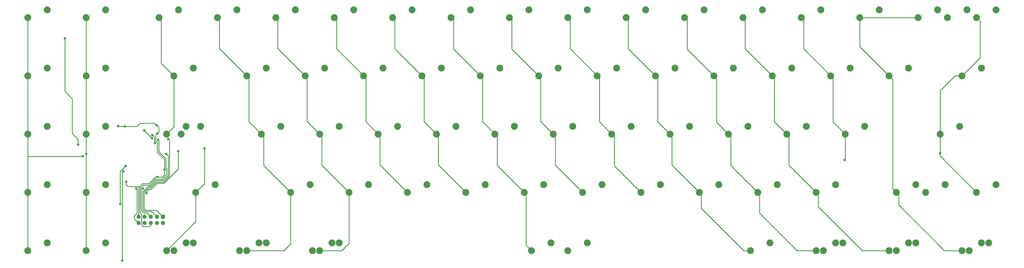
<source format=gbr>
%TF.GenerationSoftware,KiCad,Pcbnew,(6.0.7)*%
%TF.CreationDate,2022-08-26T15:14:46-04:00*%
%TF.ProjectId,thocc-master,74686f63-632d-46d6-9173-7465722e6b69,rev?*%
%TF.SameCoordinates,Original*%
%TF.FileFunction,Copper,L1,Top*%
%TF.FilePolarity,Positive*%
%FSLAX46Y46*%
G04 Gerber Fmt 4.6, Leading zero omitted, Abs format (unit mm)*
G04 Created by KiCad (PCBNEW (6.0.7)) date 2022-08-26 15:14:46*
%MOMM*%
%LPD*%
G01*
G04 APERTURE LIST*
%TA.AperFunction,ComponentPad*%
%ADD10O,1.350000X1.350000*%
%TD*%
%TA.AperFunction,ComponentPad*%
%ADD11R,1.350000X1.350000*%
%TD*%
%TA.AperFunction,ComponentPad*%
%ADD12C,2.250000*%
%TD*%
%TA.AperFunction,ViaPad*%
%ADD13C,0.800000*%
%TD*%
%TA.AperFunction,Conductor*%
%ADD14C,0.250000*%
%TD*%
G04 APERTURE END LIST*
D10*
%TO.P,J2,10,Pin_10*%
%TO.N,GND*%
X225600000Y-146800000D03*
%TO.P,J2,9,Pin_9*%
%TO.N,+3.3V*%
X225600000Y-144800000D03*
%TO.P,J2,8,Pin_8*%
%TO.N,unconnected-(J2-Pad8)*%
X227600000Y-146800000D03*
%TO.P,J2,7,Pin_7*%
%TO.N,GND*%
X227600000Y-144800000D03*
%TO.P,J2,6,Pin_6*%
%TO.N,Net-(J2-Pad6)*%
X229600000Y-146800000D03*
%TO.P,J2,5,Pin_5*%
%TO.N,Net-(J2-Pad5)*%
X229600000Y-144800000D03*
%TO.P,J2,4,Pin_4*%
%TO.N,+3.3V*%
X231600000Y-146800000D03*
%TO.P,J2,3,Pin_3*%
%TO.N,Net-(J2-Pad3)*%
X231600000Y-144800000D03*
%TO.P,J2,2,Pin_2*%
%TO.N,GND*%
X233600000Y-146800000D03*
D11*
%TO.P,J2,1,Pin_1*%
%TO.N,Net-(J2-Pad1)*%
X233600000Y-144800000D03*
%TD*%
D12*
%TO.P,MX20,1,COL*%
%TO.N,Col1*%
X208545750Y-98687000D03*
%TO.P,MX20,2,ROW*%
%TO.N,Net-(D20-Pad2)*%
X214895750Y-96147000D03*
%TD*%
%TO.P,MX19,1,COL*%
%TO.N,Col0*%
X189495750Y-98687000D03*
%TO.P,MX19,2,ROW*%
%TO.N,Net-(D19-Pad2)*%
X195845750Y-96147000D03*
%TD*%
%TO.P,MX30,1,COL*%
%TO.N,Col11*%
X413333250Y-98687000D03*
%TO.P,MX30,2,ROW*%
%TO.N,Net-(D30-Pad2)*%
X419683250Y-96147000D03*
%TD*%
%TO.P,MX42,1,COL*%
%TO.N,Col6*%
X322845750Y-117737000D03*
%TO.P,MX42,2,ROW*%
%TO.N,Net-(D42-Pad2)*%
X329195750Y-115197000D03*
%TD*%
%TO.P,MX76,1,COL*%
%TO.N,Col7*%
X365708250Y-155837000D03*
%TO.P,MX76,2,ROW*%
%TO.N,Net-(D75-Pad2)*%
X372058250Y-153297000D03*
%TD*%
%TO.P,MX44,1,COL*%
%TO.N,Col8*%
X360945750Y-117737000D03*
%TO.P,MX44,2,ROW*%
%TO.N,Net-(D44-Pad2)*%
X367295750Y-115197000D03*
%TD*%
%TO.P,MX78,1,COL*%
%TO.N,Col11*%
X446670750Y-155837000D03*
%TO.P,MX78,2,ROW*%
%TO.N,Net-(D78-Pad2)*%
X453020750Y-153297000D03*
%TD*%
%TO.P,MX70,1,COL*%
%TO.N,Col2*%
X237120750Y-155837000D03*
%TO.P,MX70,2,ROW*%
%TO.N,Net-(D69-Pad2)*%
X243470750Y-153297000D03*
%TD*%
%TO.P,MX41,1,COL*%
%TO.N,Col5*%
X303795750Y-117737000D03*
%TO.P,MX41,2,ROW*%
%TO.N,Net-(D41-Pad2)*%
X310145750Y-115197000D03*
%TD*%
%TO.P,MX34,1,COL*%
%TO.N,Col15*%
X494295750Y-98687000D03*
%TO.P,MX34,2,ROW*%
%TO.N,Net-(D34-Pad2)*%
X500645750Y-96147000D03*
%TD*%
%TO.P,MX11,1,COL*%
%TO.N,Col10*%
X384758250Y-79637000D03*
%TO.P,MX11,2,ROW*%
%TO.N,Net-(D11-Pad2)*%
X391108250Y-77097000D03*
%TD*%
%TO.P,MX72,1,COL*%
%TO.N,Col3*%
X260933250Y-155837000D03*
%TO.P,MX72,2,ROW*%
%TO.N,Net-(D71-Pad2)*%
X267283250Y-153297000D03*
%TD*%
%TO.P,MX43,1,COL*%
%TO.N,Col7*%
X341895750Y-117737000D03*
%TO.P,MX43,2,ROW*%
%TO.N,Net-(D43-Pad2)*%
X348245750Y-115197000D03*
%TD*%
%TO.P,MX71,1,COL*%
%TO.N,Col3*%
X258552000Y-155837000D03*
%TO.P,MX71,2,ROW*%
%TO.N,Net-(D71-Pad2)*%
X264902000Y-153297000D03*
%TD*%
%TO.P,MX52,1,COL*%
%TO.N,Col1*%
X208545750Y-136787000D03*
%TO.P,MX52,2,ROW*%
%TO.N,Net-(D52-Pad2)*%
X214895750Y-134247000D03*
%TD*%
%TO.P,MX57,1,COL*%
%TO.N,Col6*%
X332370750Y-136787000D03*
%TO.P,MX57,2,ROW*%
%TO.N,Net-(D57-Pad2)*%
X338720750Y-134247000D03*
%TD*%
%TO.P,MX18,1,COL*%
%TO.N,Col15*%
X499058250Y-79637000D03*
%TO.P,MX18,2,ROW*%
%TO.N,Net-(D17-Pad2)*%
X505408250Y-77097000D03*
%TD*%
%TO.P,MX40,1,COL*%
%TO.N,Col4*%
X284745750Y-117737000D03*
%TO.P,MX40,2,ROW*%
%TO.N,Net-(D40-Pad2)*%
X291095750Y-115197000D03*
%TD*%
%TO.P,MX15,1,COL*%
%TO.N,Col14*%
X460958250Y-79637000D03*
%TO.P,MX15,2,ROW*%
%TO.N,Net-(D15-Pad2)*%
X467308250Y-77097000D03*
%TD*%
%TO.P,MX26,1,COL*%
%TO.N,Col7*%
X337133250Y-98687000D03*
%TO.P,MX26,2,ROW*%
%TO.N,Net-(D26-Pad2)*%
X343483250Y-96147000D03*
%TD*%
%TO.P,MX39,1,COL*%
%TO.N,Col3*%
X265695750Y-117737000D03*
%TO.P,MX39,2,ROW*%
%TO.N,Net-(D39-Pad2)*%
X272045750Y-115197000D03*
%TD*%
%TO.P,MX7,1,COL*%
%TO.N,Col6*%
X308558250Y-79637000D03*
%TO.P,MX7,2,ROW*%
%TO.N,Net-(D7-Pad2)*%
X314908250Y-77097000D03*
%TD*%
%TO.P,MX54,1,COL*%
%TO.N,Col3*%
X275220750Y-136787000D03*
%TO.P,MX54,2,ROW*%
%TO.N,Net-(D54-Pad2)*%
X281570750Y-134247000D03*
%TD*%
%TO.P,MX3,1,COL*%
%TO.N,Col2*%
X232358250Y-79637000D03*
%TO.P,MX3,2,ROW*%
%TO.N,Net-(D3-Pad2)*%
X238708250Y-77097000D03*
%TD*%
%TO.P,MX51,1,COL*%
%TO.N,Col0*%
X189495750Y-136787000D03*
%TO.P,MX51,2,ROW*%
%TO.N,Net-(D51-Pad2)*%
X195845750Y-134247000D03*
%TD*%
%TO.P,MX63,1,COL*%
%TO.N,Col12*%
X446670750Y-136787000D03*
%TO.P,MX63,2,ROW*%
%TO.N,Net-(D63-Pad2)*%
X453020750Y-134247000D03*
%TD*%
%TO.P,MX61,1,COL*%
%TO.N,Col10*%
X408570750Y-136787000D03*
%TO.P,MX61,2,ROW*%
%TO.N,Net-(D61-Pad2)*%
X414920750Y-134247000D03*
%TD*%
%TO.P,MX82,1,COL*%
%TO.N,Col14*%
X494295750Y-155837000D03*
%TO.P,MX82,2,ROW*%
%TO.N,Net-(D82-Pad2)*%
X500645750Y-153297000D03*
%TD*%
%TO.P,MX14,1,COL*%
%TO.N,Col13*%
X441908250Y-79637000D03*
%TO.P,MX14,2,ROW*%
%TO.N,Net-(D14-Pad2)*%
X448258250Y-77097000D03*
%TD*%
%TO.P,MX49,1,COL*%
%TO.N,Col13*%
X456195750Y-117737000D03*
%TO.P,MX49,2,ROW*%
%TO.N,Net-(D49-Pad2)*%
X462545750Y-115197000D03*
%TD*%
%TO.P,MX2,1,COL*%
%TO.N,Col1*%
X208545750Y-79637000D03*
%TO.P,MX2,2,ROW*%
%TO.N,Net-(D2-Pad2)*%
X214895750Y-77097000D03*
%TD*%
%TO.P,MX36,1,COL*%
%TO.N,Col1*%
X208545750Y-117737000D03*
%TO.P,MX36,2,ROW*%
%TO.N,Net-(D36-Pad2)*%
X214895750Y-115197000D03*
%TD*%
%TO.P,MX75,1,COL*%
%TO.N,Col7*%
X353802000Y-155837000D03*
%TO.P,MX75,2,ROW*%
%TO.N,Net-(D75-Pad2)*%
X360152000Y-153297000D03*
%TD*%
%TO.P,MX64,1,COL*%
%TO.N,Col14*%
X472864500Y-136787000D03*
%TO.P,MX64,2,ROW*%
%TO.N,Net-(D64-Pad2)*%
X479214500Y-134247000D03*
%TD*%
%TO.P,MX47,1,COL*%
%TO.N,Col11*%
X418095750Y-117737000D03*
%TO.P,MX47,2,ROW*%
%TO.N,Net-(D47-Pad2)*%
X424445750Y-115197000D03*
%TD*%
%TO.P,MX56,1,COL*%
%TO.N,Col5*%
X313320750Y-136787000D03*
%TO.P,MX56,2,ROW*%
%TO.N,Net-(D56-Pad2)*%
X319670750Y-134247000D03*
%TD*%
%TO.P,MX83,1,COL*%
%TO.N,Col14*%
X496677000Y-155837000D03*
%TO.P,MX83,2,ROW*%
%TO.N,Net-(D82-Pad2)*%
X503027000Y-153297000D03*
%TD*%
%TO.P,MX8,1,COL*%
%TO.N,Col7*%
X327608250Y-79637000D03*
%TO.P,MX8,2,ROW*%
%TO.N,Net-(D8-Pad2)*%
X333958250Y-77097000D03*
%TD*%
%TO.P,MX13,1,COL*%
%TO.N,Col12*%
X422858250Y-79637000D03*
%TO.P,MX13,2,ROW*%
%TO.N,Net-(D13-Pad2)*%
X429208250Y-77097000D03*
%TD*%
%TO.P,MX80,1,COL*%
%TO.N,Col12*%
X470483250Y-155837000D03*
%TO.P,MX80,2,ROW*%
%TO.N,Net-(D80-Pad2)*%
X476833250Y-153297000D03*
%TD*%
%TO.P,MX1,1,COL*%
%TO.N,Col0*%
X189495750Y-79637000D03*
%TO.P,MX1,2,ROW*%
%TO.N,Net-(D1-Pad2)*%
X195845750Y-77097000D03*
%TD*%
%TO.P,MX62,1,COL*%
%TO.N,Col11*%
X427620750Y-136787000D03*
%TO.P,MX62,2,ROW*%
%TO.N,Net-(D62-Pad2)*%
X433970750Y-134247000D03*
%TD*%
%TO.P,MX33,1,COL*%
%TO.N,Col14*%
X470483250Y-98687000D03*
%TO.P,MX33,2,ROW*%
%TO.N,Net-(D33-Pad2)*%
X476833250Y-96147000D03*
%TD*%
%TO.P,MX58,1,COL*%
%TO.N,Col7*%
X351420750Y-136787000D03*
%TO.P,MX58,2,ROW*%
%TO.N,Net-(D58-Pad2)*%
X357770750Y-134247000D03*
%TD*%
%TO.P,MX53,1,COL*%
%TO.N,Col2*%
X244264500Y-136787000D03*
%TO.P,MX53,2,ROW*%
%TO.N,Net-(D53-Pad2)*%
X250614500Y-134247000D03*
%TD*%
%TO.P,MX31,1,COL*%
%TO.N,Col12*%
X432383250Y-98687000D03*
%TO.P,MX31,2,ROW*%
%TO.N,Net-(D31-Pad2)*%
X438733250Y-96147000D03*
%TD*%
%TO.P,MX29,1,COL*%
%TO.N,Col10*%
X394283250Y-98687000D03*
%TO.P,MX29,2,ROW*%
%TO.N,Net-(D29-Pad2)*%
X400633250Y-96147000D03*
%TD*%
%TO.P,MX6,1,COL*%
%TO.N,Col5*%
X289508250Y-79637000D03*
%TO.P,MX6,2,ROW*%
%TO.N,Net-(D6-Pad2)*%
X295858250Y-77097000D03*
%TD*%
%TO.P,MX35,1,COL*%
%TO.N,Col0*%
X189495750Y-117737000D03*
%TO.P,MX35,2,ROW*%
%TO.N,Net-(D35-Pad2)*%
X195845750Y-115197000D03*
%TD*%
%TO.P,MX48,1,COL*%
%TO.N,Col12*%
X437145750Y-117737000D03*
%TO.P,MX48,2,ROW*%
%TO.N,Net-(D48-Pad2)*%
X443495750Y-115197000D03*
%TD*%
%TO.P,MX79,1,COL*%
%TO.N,Col11*%
X449052000Y-155837000D03*
%TO.P,MX79,2,ROW*%
%TO.N,Net-(D78-Pad2)*%
X455402000Y-153297000D03*
%TD*%
%TO.P,MX66,1,COL*%
%TO.N,Col15*%
X499058250Y-136787000D03*
%TO.P,MX66,2,ROW*%
%TO.N,Net-(D66-Pad2)*%
X505408250Y-134247000D03*
%TD*%
%TO.P,MX12,1,COL*%
%TO.N,Col11*%
X403808250Y-79637000D03*
%TO.P,MX12,2,ROW*%
%TO.N,Net-(D12-Pad2)*%
X410158250Y-77097000D03*
%TD*%
%TO.P,MX28,1,COL*%
%TO.N,Col9*%
X375233250Y-98687000D03*
%TO.P,MX28,2,ROW*%
%TO.N,Net-(D28-Pad2)*%
X381583250Y-96147000D03*
%TD*%
%TO.P,MX37,1,COL*%
%TO.N,Col2*%
X234739500Y-117737000D03*
%TO.P,MX37,2,ROW*%
%TO.N,Net-(D37-Pad2)*%
X241089500Y-115197000D03*
%TD*%
%TO.P,MX59,1,COL*%
%TO.N,Col8*%
X370470750Y-136787000D03*
%TO.P,MX59,2,ROW*%
%TO.N,Net-(D59-Pad2)*%
X376820750Y-134247000D03*
%TD*%
%TO.P,MX50,1,COL*%
%TO.N,Col15*%
X487152000Y-117737000D03*
%TO.P,MX50,2,ROW*%
%TO.N,Net-(D50-Pad2)*%
X493502000Y-115197000D03*
%TD*%
%TO.P,MX65,1,COL*%
%TO.N,Col14*%
X482389500Y-136787000D03*
%TO.P,MX65,2,ROW*%
%TO.N,Net-(D64-Pad2)*%
X488739500Y-134247000D03*
%TD*%
%TO.P,MX81,1,COL*%
%TO.N,Col12*%
X472864500Y-155837000D03*
%TO.P,MX81,2,ROW*%
%TO.N,Net-(D80-Pad2)*%
X479214500Y-153297000D03*
%TD*%
%TO.P,MX45,1,COL*%
%TO.N,Col9*%
X379995750Y-117737000D03*
%TO.P,MX45,2,ROW*%
%TO.N,Net-(D45-Pad2)*%
X386345750Y-115197000D03*
%TD*%
%TO.P,MX55,1,COL*%
%TO.N,Col4*%
X294270750Y-136787000D03*
%TO.P,MX55,2,ROW*%
%TO.N,Net-(D55-Pad2)*%
X300620750Y-134247000D03*
%TD*%
%TO.P,MX25,1,COL*%
%TO.N,Col6*%
X318083250Y-98687000D03*
%TO.P,MX25,2,ROW*%
%TO.N,Net-(D25-Pad2)*%
X324433250Y-96147000D03*
%TD*%
%TO.P,MX4,1,COL*%
%TO.N,Col3*%
X251408250Y-79637000D03*
%TO.P,MX4,2,ROW*%
%TO.N,Net-(D4-Pad2)*%
X257758250Y-77097000D03*
%TD*%
%TO.P,MX69,1,COL*%
%TO.N,Col2*%
X234739500Y-155837000D03*
%TO.P,MX69,2,ROW*%
%TO.N,Net-(D69-Pad2)*%
X241089500Y-153297000D03*
%TD*%
%TO.P,MX32,1,COL*%
%TO.N,Col13*%
X451433250Y-98687000D03*
%TO.P,MX32,2,ROW*%
%TO.N,Net-(D32-Pad2)*%
X457783250Y-96147000D03*
%TD*%
%TO.P,MX9,1,COL*%
%TO.N,Col8*%
X346658250Y-79637000D03*
%TO.P,MX9,2,ROW*%
%TO.N,Net-(D9-Pad2)*%
X353008250Y-77097000D03*
%TD*%
%TO.P,MX73,1,COL*%
%TO.N,Col4*%
X282364500Y-155837000D03*
%TO.P,MX73,2,ROW*%
%TO.N,Net-(D73-Pad2)*%
X288714500Y-153297000D03*
%TD*%
%TO.P,MX17,1,COL*%
%TO.N,Col15*%
X489533250Y-79637000D03*
%TO.P,MX17,2,ROW*%
%TO.N,Net-(D16-Pad2)*%
X495883250Y-77097000D03*
%TD*%
%TO.P,MX27,1,COL*%
%TO.N,Col8*%
X356183250Y-98687000D03*
%TO.P,MX27,2,ROW*%
%TO.N,Net-(D27-Pad2)*%
X362533250Y-96147000D03*
%TD*%
%TO.P,MX74,1,COL*%
%TO.N,Col4*%
X284745750Y-155837000D03*
%TO.P,MX74,2,ROW*%
%TO.N,Net-(D73-Pad2)*%
X291095750Y-153297000D03*
%TD*%
%TO.P,MX46,1,COL*%
%TO.N,Col10*%
X399045750Y-117737000D03*
%TO.P,MX46,2,ROW*%
%TO.N,Net-(D46-Pad2)*%
X405395750Y-115197000D03*
%TD*%
%TO.P,MX24,1,COL*%
%TO.N,Col5*%
X299033250Y-98687000D03*
%TO.P,MX24,2,ROW*%
%TO.N,Net-(D24-Pad2)*%
X305383250Y-96147000D03*
%TD*%
%TO.P,MX23,1,COL*%
%TO.N,Col4*%
X279983250Y-98687000D03*
%TO.P,MX23,2,ROW*%
%TO.N,Net-(D23-Pad2)*%
X286333250Y-96147000D03*
%TD*%
%TO.P,MX77,1,COL*%
%TO.N,Col10*%
X425239500Y-155837000D03*
%TO.P,MX77,2,ROW*%
%TO.N,Net-(D77-Pad2)*%
X431589500Y-153297000D03*
%TD*%
%TO.P,MX10,1,COL*%
%TO.N,Col9*%
X365708250Y-79637000D03*
%TO.P,MX10,2,ROW*%
%TO.N,Net-(D10-Pad2)*%
X372058250Y-77097000D03*
%TD*%
%TO.P,MX5,1,COL*%
%TO.N,Col4*%
X270458250Y-79637000D03*
%TO.P,MX5,2,ROW*%
%TO.N,Net-(D5-Pad2)*%
X276808250Y-77097000D03*
%TD*%
%TO.P,MX21,1,COL*%
%TO.N,Col2*%
X237120750Y-98687000D03*
%TO.P,MX21,2,ROW*%
%TO.N,Net-(D21-Pad2)*%
X243470750Y-96147000D03*
%TD*%
%TO.P,MX67,1,COL*%
%TO.N,Col0*%
X189495750Y-155837000D03*
%TO.P,MX67,2,ROW*%
%TO.N,Net-(D67-Pad2)*%
X195845750Y-153297000D03*
%TD*%
%TO.P,MX38,1,COL*%
%TO.N,Col2*%
X239502000Y-117737000D03*
%TO.P,MX38,2,ROW*%
%TO.N,Net-(D37-Pad2)*%
X245852000Y-115197000D03*
%TD*%
%TO.P,MX60,1,COL*%
%TO.N,Col9*%
X389520750Y-136787000D03*
%TO.P,MX60,2,ROW*%
%TO.N,Net-(D60-Pad2)*%
X395870750Y-134247000D03*
%TD*%
%TO.P,MX68,1,COL*%
%TO.N,Col1*%
X208545750Y-155837000D03*
%TO.P,MX68,2,ROW*%
%TO.N,Net-(D68-Pad2)*%
X214895750Y-153297000D03*
%TD*%
%TO.P,MX22,1,COL*%
%TO.N,Col3*%
X260933250Y-98687000D03*
%TO.P,MX22,2,ROW*%
%TO.N,Net-(D22-Pad2)*%
X267283250Y-96147000D03*
%TD*%
%TO.P,MX16,1,COL*%
%TO.N,Col14*%
X480008250Y-79637000D03*
%TO.P,MX16,2,ROW*%
%TO.N,Net-(D16-Pad2)*%
X486358250Y-77097000D03*
%TD*%
D13*
%TO.N,Row2*%
X238562500Y-123325500D03*
%TO.N,+3.3V*%
X231575000Y-114875000D03*
X221100000Y-115250000D03*
X218950000Y-115100000D03*
%TO.N,Col2*%
X230950000Y-120700000D03*
%TO.N,Col15*%
X487152000Y-124048000D03*
%TO.N,Col13*%
X456000000Y-126200000D03*
%TO.N,Col2*%
X247141999Y-122424500D03*
%TO.N,Row2*%
X228148649Y-137098647D03*
%TO.N,Net-(J2-Pad1)*%
X235321618Y-119360283D03*
%TO.N,+3.3V*%
X231800000Y-131775000D03*
X234075000Y-129325000D03*
%TO.N,Net-(J2-Pad6)*%
X231950000Y-119650000D03*
%TO.N,Col2*%
X230156049Y-118106049D03*
%TO.N,Net-(J2-Pad3)*%
X234700500Y-124275500D03*
%TO.N,Row4*%
X220637299Y-129937299D03*
%TO.N,Row3*%
X221400000Y-128150000D03*
%TO.N,Net-(J2-Pad1)*%
X230050000Y-119150000D03*
X227500000Y-116600000D03*
%TO.N,+3.3V*%
X231750000Y-117550000D03*
%TO.N,Net-(J2-Pad5)*%
X227030498Y-135530498D03*
%TO.N,GND*%
X224875500Y-135574500D03*
%TO.N,+3.3V*%
X221550000Y-133300000D03*
%TO.N,Col0*%
X207400000Y-125000000D03*
%TO.N,Row4*%
X220300000Y-159048286D03*
%TO.N,Row3*%
X219575500Y-140650000D03*
%TO.N,Col1*%
X208545750Y-124279750D03*
%TO.N,Row0*%
X205915373Y-121149704D03*
X201550000Y-86450000D03*
%TD*%
D14*
%TO.N,Row2*%
X238562500Y-129146688D02*
X238562500Y-123325500D01*
X233859188Y-133850000D02*
X238562500Y-129146688D01*
X229731850Y-135804546D02*
X231686396Y-133850000D01*
X228148649Y-136710444D02*
X229054547Y-135804546D01*
X229054547Y-135804546D02*
X229731850Y-135804546D01*
X228148649Y-137098647D02*
X228148649Y-136710444D01*
X231686396Y-133850000D02*
X233859188Y-133850000D01*
%TO.N,+3.3V*%
X232200000Y-115500000D02*
X231575000Y-114875000D01*
X232200000Y-117100000D02*
X232200000Y-115500000D01*
X231575000Y-114875000D02*
X230900000Y-114200000D01*
X230900000Y-114200000D02*
X229200000Y-114200000D01*
X226160000Y-114200000D02*
X229200000Y-114200000D01*
X225110000Y-115250000D02*
X226160000Y-114200000D01*
X221100000Y-115250000D02*
X225110000Y-115250000D01*
X221100000Y-115250000D02*
X219850000Y-115250000D01*
X219850000Y-115250000D02*
X219100000Y-115250000D01*
X219100000Y-115250000D02*
X218950000Y-115100000D01*
%TO.N,Net-(J2-Pad1)*%
X227500000Y-116600000D02*
X230050000Y-119150000D01*
%TO.N,Col2*%
X237120750Y-115355750D02*
X234739500Y-117737000D01*
%TO.N,Col3*%
X273063000Y-155837000D02*
X260933250Y-155837000D01*
%TO.N,Col15*%
X487152000Y-124048000D02*
X487152000Y-117908099D01*
X487152000Y-124880750D02*
X487152000Y-124048000D01*
%TO.N,Col13*%
X456195750Y-126004250D02*
X456195750Y-117737000D01*
X456000000Y-126200000D02*
X456195750Y-126004250D01*
%TO.N,Col2*%
X247141999Y-133909501D02*
X244264500Y-136787000D01*
X247141999Y-122424500D02*
X247141999Y-133909501D01*
%TO.N,Net-(J2-Pad1)*%
X231450000Y-142650000D02*
X233600000Y-144800000D01*
X227900000Y-142650000D02*
X231450000Y-142650000D01*
X227400000Y-142150000D02*
X227900000Y-142650000D01*
X227400000Y-136822697D02*
X227400000Y-142150000D01*
X228905403Y-135317294D02*
X227400000Y-136822697D01*
X229582706Y-135317294D02*
X228905403Y-135317294D01*
X231500000Y-133400000D02*
X229582706Y-135317294D01*
X233672792Y-133400000D02*
X231500000Y-133400000D01*
X235700000Y-131372792D02*
X233672792Y-133400000D01*
X235700000Y-119738665D02*
X235700000Y-131372792D01*
X235321618Y-119360283D02*
X235700000Y-119738665D01*
%TO.N,Net-(J2-Pad3)*%
X235250000Y-124825000D02*
X234700500Y-124275500D01*
X235250000Y-131186396D02*
X235250000Y-124825000D01*
X233486396Y-132950000D02*
X235250000Y-131186396D01*
X231272792Y-132950000D02*
X233486396Y-132950000D01*
X229355498Y-134867294D02*
X231272792Y-132950000D01*
X228719007Y-134867294D02*
X229355498Y-134867294D01*
X226950000Y-136636301D02*
X228719007Y-134867294D01*
X226950000Y-142350000D02*
X226950000Y-136636301D01*
X227700000Y-143100000D02*
X226950000Y-142350000D01*
X229900000Y-143100000D02*
X227700000Y-143100000D01*
X231600000Y-144800000D02*
X229900000Y-143100000D01*
%TO.N,Net-(J2-Pad6)*%
X229100000Y-147950000D02*
X229600000Y-147450000D01*
X227150000Y-147950000D02*
X229100000Y-147950000D01*
X226600000Y-147400000D02*
X227150000Y-147950000D01*
X226600000Y-144000000D02*
X226600000Y-147400000D01*
X226050000Y-143450000D02*
X226600000Y-144000000D01*
X229600000Y-147450000D02*
X229600000Y-146800000D01*
X226050000Y-135486396D02*
X226050000Y-143450000D01*
X227119102Y-134417294D02*
X226050000Y-135486396D01*
X229169102Y-134417294D02*
X227119102Y-134417294D01*
X231086396Y-132500000D02*
X229169102Y-134417294D01*
X234800000Y-129024695D02*
X234800000Y-131000000D01*
X233300000Y-132500000D02*
X231086396Y-132500000D01*
X234525000Y-128749695D02*
X234800000Y-129024695D01*
X232219499Y-123519499D02*
X234525000Y-125825000D01*
X234525000Y-125825000D02*
X234525000Y-128749695D01*
X231950000Y-119650000D02*
X232219499Y-119919499D01*
X232219499Y-119919499D02*
X232219499Y-123519499D01*
X234800000Y-131000000D02*
X233300000Y-132500000D01*
%TO.N,+3.3V*%
X228982706Y-133967294D02*
X226932706Y-133967294D01*
X226932706Y-133967294D02*
X226050000Y-134850000D01*
X231175000Y-131775000D02*
X228982706Y-133967294D01*
X231800000Y-131775000D02*
X231175000Y-131775000D01*
X231819302Y-131794302D02*
X231800000Y-131775000D01*
X233369302Y-131794302D02*
X231819302Y-131794302D01*
X234075000Y-131088604D02*
X233369302Y-131794302D01*
X234075000Y-129325000D02*
X234075000Y-131088604D01*
X234075000Y-127000000D02*
X234075000Y-129325000D01*
X234075000Y-126075000D02*
X234075000Y-127000000D01*
X231750000Y-123750000D02*
X234075000Y-126075000D01*
X231225000Y-119949695D02*
X231750000Y-120474695D01*
X231750000Y-117550000D02*
X231225000Y-118075000D01*
X231225000Y-118075000D02*
X231225000Y-119949695D01*
X231750000Y-120474695D02*
X231750000Y-123750000D01*
%TO.N,Col2*%
X230775000Y-119000000D02*
X230775000Y-118725000D01*
X230775000Y-120525000D02*
X230775000Y-119000000D01*
X230775000Y-118725000D02*
X230156049Y-118106049D01*
X230950000Y-120700000D02*
X230775000Y-120525000D01*
%TO.N,Row4*%
X220300000Y-130274598D02*
X220637299Y-129937299D01*
X220300000Y-131463586D02*
X220300000Y-130274598D01*
%TO.N,Row3*%
X221400000Y-128150000D02*
X219575500Y-129974500D01*
X219575500Y-129974500D02*
X219575500Y-131124500D01*
%TO.N,Net-(J2-Pad5)*%
X226500000Y-142563604D02*
X227518198Y-143581802D01*
X226500000Y-135672792D02*
X226500000Y-142563604D01*
X228381802Y-143581802D02*
X227518198Y-143581802D01*
%TO.N,+3.3V*%
X231750000Y-117550000D02*
X232200000Y-117100000D01*
%TO.N,Net-(J2-Pad5)*%
X226642294Y-135530498D02*
X227030498Y-135530498D01*
X226500000Y-135672792D02*
X226642294Y-135530498D01*
X229600000Y-144800000D02*
X228381802Y-143581802D01*
%TO.N,GND*%
X225150000Y-135849000D02*
X224875500Y-135574500D01*
X225150000Y-143600000D02*
X225150000Y-135849000D01*
X224200000Y-144550000D02*
X225150000Y-143600000D01*
X224200000Y-145400000D02*
X224200000Y-144550000D01*
X225600000Y-146800000D02*
X224200000Y-145400000D01*
%TO.N,+3.3V*%
X225600000Y-135300000D02*
X226050000Y-134850000D01*
X225600000Y-144800000D02*
X225600000Y-135300000D01*
X222150000Y-134850000D02*
X226050000Y-134850000D01*
X221550000Y-133300000D02*
X221550000Y-134250000D01*
X221550000Y-134250000D02*
X222150000Y-134850000D01*
%TO.N,Col0*%
X207395750Y-125004250D02*
X207400000Y-125000000D01*
X189495750Y-125004250D02*
X207395750Y-125004250D01*
%TO.N,Row4*%
X220300000Y-131463586D02*
X220300000Y-159048286D01*
%TO.N,Row3*%
X219575500Y-140650000D02*
X219575500Y-131124500D01*
%TO.N,Row0*%
X203925000Y-117525000D02*
X205850000Y-119450000D01*
X203925000Y-106125000D02*
X203925000Y-117525000D01*
X205850000Y-119450000D02*
X205915373Y-119515373D01*
X201550000Y-103750000D02*
X203925000Y-106125000D01*
X205915373Y-119515373D02*
X205915373Y-121149704D01*
X201550000Y-86450000D02*
X201550000Y-103750000D01*
%TO.N,Col0*%
X189495750Y-125004250D02*
X189495750Y-136787000D01*
X189495750Y-117737000D02*
X189495750Y-125004250D01*
%TO.N,Col1*%
X208545750Y-117737000D02*
X208545750Y-136787000D01*
%TO.N,Col0*%
X189495750Y-136787000D02*
X189495750Y-155837000D01*
X189495750Y-79637000D02*
X189495750Y-98687000D01*
X189495750Y-98687000D02*
X189495750Y-117737000D01*
%TO.N,Col1*%
X208545750Y-136787000D02*
X208545750Y-155837000D01*
X208545750Y-98687000D02*
X208545750Y-117737000D01*
X208545750Y-79637000D02*
X208545750Y-98687000D01*
%TO.N,Col2*%
X233000000Y-94566250D02*
X237120750Y-98687000D01*
X237120750Y-98687000D02*
X237120750Y-115355750D01*
X244264500Y-146312000D02*
X234739500Y-155837000D01*
X244264500Y-136787000D02*
X244264500Y-146312000D01*
X233000000Y-80278750D02*
X233000000Y-94566250D01*
X232358250Y-79637000D02*
X233000000Y-80278750D01*
%TO.N,Col3*%
X266400000Y-127966250D02*
X275220750Y-136787000D01*
X265695750Y-117737000D02*
X266400000Y-118441250D01*
X261600000Y-99353750D02*
X261600000Y-113641250D01*
X275220750Y-136787000D02*
X275220750Y-153679250D01*
X252000000Y-89753750D02*
X260933250Y-98687000D01*
X275220750Y-153679250D02*
X273063000Y-155837000D01*
X252000000Y-80228750D02*
X252000000Y-89753750D01*
X266400000Y-118441250D02*
X266400000Y-127966250D01*
X260933250Y-98687000D02*
X261600000Y-99353750D01*
X261600000Y-113641250D02*
X265695750Y-117737000D01*
X251408250Y-79637000D02*
X252000000Y-80228750D01*
%TO.N,Col4*%
X271000000Y-80178750D02*
X271000000Y-89703750D01*
X280600000Y-99303750D02*
X280600000Y-113591250D01*
X285400000Y-118391250D02*
X285400000Y-127916250D01*
X284745750Y-117737000D02*
X285400000Y-118391250D01*
X270458250Y-79637000D02*
X271000000Y-80178750D01*
X294270750Y-136787000D02*
X294270750Y-153529250D01*
X291963000Y-155837000D02*
X284745750Y-155837000D01*
X294270750Y-153529250D02*
X291963000Y-155837000D01*
X279983250Y-98687000D02*
X280600000Y-99303750D01*
X280600000Y-113591250D02*
X284745750Y-117737000D01*
X271000000Y-89703750D02*
X279983250Y-98687000D01*
X285400000Y-127916250D02*
X294270750Y-136787000D01*
%TO.N,Col5*%
X289508250Y-79637000D02*
X290200000Y-80328750D01*
X299800000Y-99453750D02*
X299800000Y-113741250D01*
X304400000Y-118341250D02*
X304400000Y-127866250D01*
X299800000Y-113741250D02*
X303795750Y-117737000D01*
X304400000Y-127866250D02*
X313320750Y-136787000D01*
X290200000Y-80328750D02*
X290200000Y-89853750D01*
X303795750Y-117737000D02*
X304400000Y-118341250D01*
X299033250Y-98687000D02*
X299800000Y-99453750D01*
X290200000Y-89853750D02*
X299033250Y-98687000D01*
%TO.N,Col6*%
X323400000Y-118291250D02*
X323400000Y-127816250D01*
X309200000Y-89803750D02*
X318083250Y-98687000D01*
X318800000Y-113691250D02*
X322845750Y-117737000D01*
X318083250Y-98687000D02*
X318800000Y-99403750D01*
X322845750Y-117737000D02*
X323400000Y-118291250D01*
X308558250Y-79637000D02*
X309200000Y-80278750D01*
X318800000Y-99403750D02*
X318800000Y-113691250D01*
X309200000Y-80278750D02*
X309200000Y-89803750D01*
X323400000Y-127816250D02*
X332370750Y-136787000D01*
%TO.N,Col7*%
X328400000Y-80428750D02*
X328400000Y-89953750D01*
X341895750Y-117737000D02*
X342600000Y-118441250D01*
X342600000Y-118441250D02*
X342600000Y-127966250D01*
X352000000Y-154035000D02*
X353802000Y-155837000D01*
X328400000Y-89953750D02*
X337133250Y-98687000D01*
X352000000Y-137366250D02*
X352000000Y-154035000D01*
X342600000Y-127966250D02*
X351420750Y-136787000D01*
X337800000Y-113641250D02*
X341895750Y-117737000D01*
X337800000Y-99353750D02*
X337800000Y-113641250D01*
X327608250Y-79637000D02*
X328400000Y-80428750D01*
X351420750Y-136787000D02*
X352000000Y-137366250D01*
X337133250Y-98687000D02*
X337800000Y-99353750D01*
%TO.N,Col8*%
X346658250Y-79637000D02*
X347400000Y-80378750D01*
X360945750Y-117737000D02*
X361600000Y-118391250D01*
X347400000Y-80378750D02*
X347400000Y-89903750D01*
X356183250Y-98687000D02*
X356800000Y-99303750D01*
X361600000Y-118391250D02*
X361600000Y-127916250D01*
X361600000Y-127916250D02*
X370470750Y-136787000D01*
X347400000Y-89903750D02*
X356183250Y-98687000D01*
X356800000Y-99303750D02*
X356800000Y-113591250D01*
X356800000Y-113591250D02*
X360945750Y-117737000D01*
%TO.N,Col9*%
X376000000Y-99453750D02*
X376000000Y-113741250D01*
X366400000Y-80328750D02*
X366400000Y-89853750D01*
X379995750Y-117737000D02*
X380800000Y-118541250D01*
X380800000Y-128066250D02*
X389520750Y-136787000D01*
X365708250Y-79637000D02*
X366400000Y-80328750D01*
X375233250Y-98687000D02*
X376000000Y-99453750D01*
X366400000Y-89853750D02*
X375233250Y-98687000D01*
X380800000Y-118541250D02*
X380800000Y-128066250D01*
X376000000Y-113741250D02*
X379995750Y-117737000D01*
%TO.N,Col10*%
X384758250Y-79637000D02*
X385400000Y-80278750D01*
X408570750Y-136787000D02*
X409200000Y-137416250D01*
X399600000Y-127816250D02*
X408570750Y-136787000D01*
X399600000Y-118291250D02*
X399600000Y-127816250D01*
X395000000Y-113691250D02*
X399045750Y-117737000D01*
X409200000Y-137416250D02*
X409200000Y-142000000D01*
X409200000Y-142000000D02*
X423037000Y-155837000D01*
X385400000Y-89803750D02*
X394283250Y-98687000D01*
X395000000Y-99403750D02*
X395000000Y-113691250D01*
X385400000Y-80278750D02*
X385400000Y-89803750D01*
X394283250Y-98687000D02*
X395000000Y-99403750D01*
X423037000Y-155837000D02*
X425239500Y-155837000D01*
X399045750Y-117737000D02*
X399600000Y-118291250D01*
%TO.N,Col11*%
X414200000Y-113841250D02*
X418095750Y-117737000D01*
X428200000Y-143600000D02*
X440437000Y-155837000D01*
X403808250Y-79637000D02*
X404600000Y-80428750D01*
X427620750Y-136787000D02*
X428200000Y-137366250D01*
X413333250Y-98687000D02*
X414200000Y-99553750D01*
X414200000Y-99553750D02*
X414200000Y-113841250D01*
X440437000Y-155837000D02*
X446670750Y-155837000D01*
X404600000Y-89953750D02*
X413333250Y-98687000D01*
X418800000Y-118441250D02*
X418800000Y-127966250D01*
X418800000Y-127966250D02*
X427620750Y-136787000D01*
X418095750Y-117737000D02*
X418800000Y-118441250D01*
X428200000Y-137366250D02*
X428200000Y-143600000D01*
X404600000Y-80428750D02*
X404600000Y-89953750D01*
%TO.N,Col12*%
X423500000Y-89803750D02*
X432383250Y-98687000D01*
X437800000Y-118391250D02*
X437800000Y-127916250D01*
X433100000Y-99403750D02*
X433100000Y-113691250D01*
X432383250Y-98687000D02*
X433100000Y-99403750D01*
X433100000Y-113691250D02*
X437145750Y-117737000D01*
X446670750Y-136787000D02*
X447400000Y-137516250D01*
X447400000Y-141500000D02*
X461737000Y-155837000D01*
X437800000Y-127916250D02*
X446670750Y-136787000D01*
X437145750Y-117737000D02*
X437800000Y-118391250D01*
X447400000Y-137516250D02*
X447400000Y-141500000D01*
X423500000Y-80278750D02*
X423500000Y-89803750D01*
X422858250Y-79637000D02*
X423500000Y-80278750D01*
X461737000Y-155837000D02*
X470483250Y-155837000D01*
%TO.N,Col13*%
X442600000Y-80328750D02*
X442600000Y-89853750D01*
X441908250Y-79637000D02*
X442600000Y-80328750D01*
X452200000Y-99453750D02*
X452200000Y-113741250D01*
X452200000Y-113741250D02*
X456195750Y-117737000D01*
X451433250Y-98687000D02*
X452200000Y-99453750D01*
X442600000Y-89853750D02*
X451433250Y-98687000D01*
%TO.N,Col14*%
X488537000Y-155837000D02*
X494295750Y-155837000D01*
X470483250Y-98687000D02*
X471700000Y-99903750D01*
X460958250Y-79637000D02*
X480008250Y-79637000D01*
X471700000Y-135622500D02*
X472864500Y-136787000D01*
X460958250Y-89162000D02*
X470483250Y-98687000D01*
X471700000Y-99903750D02*
X471700000Y-135622500D01*
X473600000Y-140900000D02*
X488537000Y-155837000D01*
X472864500Y-136787000D02*
X473600000Y-137522500D01*
X473600000Y-137522500D02*
X473600000Y-140900000D01*
X460958250Y-79637000D02*
X460958250Y-89162000D01*
%TO.N,Col15*%
X499058250Y-136787000D02*
X487152000Y-124880750D01*
X487152000Y-103565214D02*
X487152000Y-117737000D01*
X500183250Y-92799500D02*
X494295750Y-98687000D01*
X499058250Y-79637000D02*
X500183250Y-80762000D01*
X492030214Y-98687000D02*
X487152000Y-103565214D01*
X494295750Y-98687000D02*
X492030214Y-98687000D01*
X500183250Y-80762000D02*
X500183250Y-92799500D01*
%TD*%
M02*

</source>
